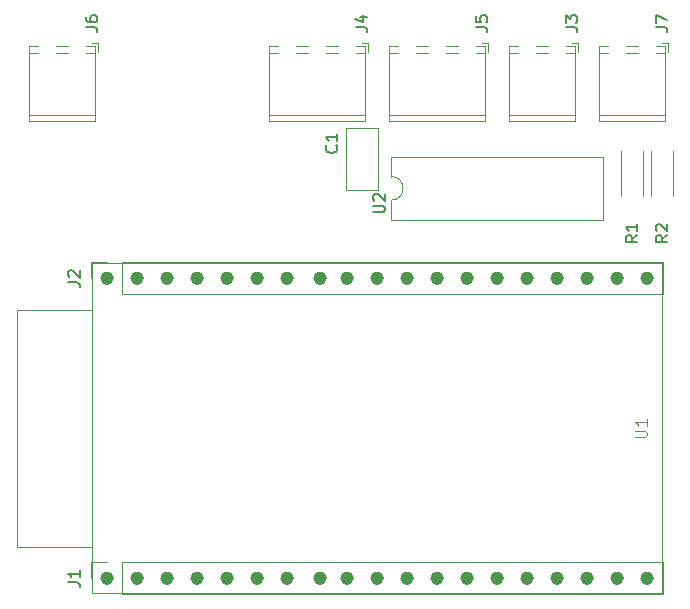
<source format=gbr>
%TF.GenerationSoftware,KiCad,Pcbnew,8.0.7*%
%TF.CreationDate,2024-12-29T04:50:49+01:00*%
%TF.ProjectId,TeteDeLit,54657465-4465-44c6-9974-2e6b69636164,rev?*%
%TF.SameCoordinates,Original*%
%TF.FileFunction,Legend,Top*%
%TF.FilePolarity,Positive*%
%FSLAX46Y46*%
G04 Gerber Fmt 4.6, Leading zero omitted, Abs format (unit mm)*
G04 Created by KiCad (PCBNEW 8.0.7) date 2024-12-29 04:50:49*
%MOMM*%
%LPD*%
G01*
G04 APERTURE LIST*
%ADD10C,0.100000*%
%ADD11C,0.150000*%
%ADD12C,0.558000*%
%ADD13C,0.120000*%
G04 APERTURE END LIST*
D10*
X186917419Y-112521904D02*
X187726942Y-112521904D01*
X187726942Y-112521904D02*
X187822180Y-112474285D01*
X187822180Y-112474285D02*
X187869800Y-112426666D01*
X187869800Y-112426666D02*
X187917419Y-112331428D01*
X187917419Y-112331428D02*
X187917419Y-112140952D01*
X187917419Y-112140952D02*
X187869800Y-112045714D01*
X187869800Y-112045714D02*
X187822180Y-111998095D01*
X187822180Y-111998095D02*
X187726942Y-111950476D01*
X187726942Y-111950476D02*
X186917419Y-111950476D01*
X187917419Y-110950476D02*
X187917419Y-111521904D01*
X187917419Y-111236190D02*
X186917419Y-111236190D01*
X186917419Y-111236190D02*
X187060276Y-111331428D01*
X187060276Y-111331428D02*
X187155514Y-111426666D01*
X187155514Y-111426666D02*
X187203133Y-111521904D01*
D11*
X164759819Y-93471904D02*
X165569342Y-93471904D01*
X165569342Y-93471904D02*
X165664580Y-93424285D01*
X165664580Y-93424285D02*
X165712200Y-93376666D01*
X165712200Y-93376666D02*
X165759819Y-93281428D01*
X165759819Y-93281428D02*
X165759819Y-93090952D01*
X165759819Y-93090952D02*
X165712200Y-92995714D01*
X165712200Y-92995714D02*
X165664580Y-92948095D01*
X165664580Y-92948095D02*
X165569342Y-92900476D01*
X165569342Y-92900476D02*
X164759819Y-92900476D01*
X164855057Y-92471904D02*
X164807438Y-92424285D01*
X164807438Y-92424285D02*
X164759819Y-92329047D01*
X164759819Y-92329047D02*
X164759819Y-92090952D01*
X164759819Y-92090952D02*
X164807438Y-91995714D01*
X164807438Y-91995714D02*
X164855057Y-91948095D01*
X164855057Y-91948095D02*
X164950295Y-91900476D01*
X164950295Y-91900476D02*
X165045533Y-91900476D01*
X165045533Y-91900476D02*
X165188390Y-91948095D01*
X165188390Y-91948095D02*
X165759819Y-92519523D01*
X165759819Y-92519523D02*
X165759819Y-91900476D01*
X161649580Y-87796666D02*
X161697200Y-87844285D01*
X161697200Y-87844285D02*
X161744819Y-87987142D01*
X161744819Y-87987142D02*
X161744819Y-88082380D01*
X161744819Y-88082380D02*
X161697200Y-88225237D01*
X161697200Y-88225237D02*
X161601961Y-88320475D01*
X161601961Y-88320475D02*
X161506723Y-88368094D01*
X161506723Y-88368094D02*
X161316247Y-88415713D01*
X161316247Y-88415713D02*
X161173390Y-88415713D01*
X161173390Y-88415713D02*
X160982914Y-88368094D01*
X160982914Y-88368094D02*
X160887676Y-88320475D01*
X160887676Y-88320475D02*
X160792438Y-88225237D01*
X160792438Y-88225237D02*
X160744819Y-88082380D01*
X160744819Y-88082380D02*
X160744819Y-87987142D01*
X160744819Y-87987142D02*
X160792438Y-87844285D01*
X160792438Y-87844285D02*
X160840057Y-87796666D01*
X161744819Y-86844285D02*
X161744819Y-87415713D01*
X161744819Y-87129999D02*
X160744819Y-87129999D01*
X160744819Y-87129999D02*
X160887676Y-87225237D01*
X160887676Y-87225237D02*
X160982914Y-87320475D01*
X160982914Y-87320475D02*
X161030533Y-87415713D01*
X189684819Y-95416666D02*
X189208628Y-95749999D01*
X189684819Y-95988094D02*
X188684819Y-95988094D01*
X188684819Y-95988094D02*
X188684819Y-95607142D01*
X188684819Y-95607142D02*
X188732438Y-95511904D01*
X188732438Y-95511904D02*
X188780057Y-95464285D01*
X188780057Y-95464285D02*
X188875295Y-95416666D01*
X188875295Y-95416666D02*
X189018152Y-95416666D01*
X189018152Y-95416666D02*
X189113390Y-95464285D01*
X189113390Y-95464285D02*
X189161009Y-95511904D01*
X189161009Y-95511904D02*
X189208628Y-95607142D01*
X189208628Y-95607142D02*
X189208628Y-95988094D01*
X188780057Y-95035713D02*
X188732438Y-94988094D01*
X188732438Y-94988094D02*
X188684819Y-94892856D01*
X188684819Y-94892856D02*
X188684819Y-94654761D01*
X188684819Y-94654761D02*
X188732438Y-94559523D01*
X188732438Y-94559523D02*
X188780057Y-94511904D01*
X188780057Y-94511904D02*
X188875295Y-94464285D01*
X188875295Y-94464285D02*
X188970533Y-94464285D01*
X188970533Y-94464285D02*
X189113390Y-94511904D01*
X189113390Y-94511904D02*
X189684819Y-95083332D01*
X189684819Y-95083332D02*
X189684819Y-94464285D01*
X188684819Y-77803333D02*
X189399104Y-77803333D01*
X189399104Y-77803333D02*
X189541961Y-77850952D01*
X189541961Y-77850952D02*
X189637200Y-77946190D01*
X189637200Y-77946190D02*
X189684819Y-78089047D01*
X189684819Y-78089047D02*
X189684819Y-78184285D01*
X188684819Y-77422380D02*
X188684819Y-76755714D01*
X188684819Y-76755714D02*
X189684819Y-77184285D01*
X181064819Y-77803333D02*
X181779104Y-77803333D01*
X181779104Y-77803333D02*
X181921961Y-77850952D01*
X181921961Y-77850952D02*
X182017200Y-77946190D01*
X182017200Y-77946190D02*
X182064819Y-78089047D01*
X182064819Y-78089047D02*
X182064819Y-78184285D01*
X181064819Y-77422380D02*
X181064819Y-76803333D01*
X181064819Y-76803333D02*
X181445771Y-77136666D01*
X181445771Y-77136666D02*
X181445771Y-76993809D01*
X181445771Y-76993809D02*
X181493390Y-76898571D01*
X181493390Y-76898571D02*
X181541009Y-76850952D01*
X181541009Y-76850952D02*
X181636247Y-76803333D01*
X181636247Y-76803333D02*
X181874342Y-76803333D01*
X181874342Y-76803333D02*
X181969580Y-76850952D01*
X181969580Y-76850952D02*
X182017200Y-76898571D01*
X182017200Y-76898571D02*
X182064819Y-76993809D01*
X182064819Y-76993809D02*
X182064819Y-77279523D01*
X182064819Y-77279523D02*
X182017200Y-77374761D01*
X182017200Y-77374761D02*
X181969580Y-77422380D01*
X140424819Y-77803333D02*
X141139104Y-77803333D01*
X141139104Y-77803333D02*
X141281961Y-77850952D01*
X141281961Y-77850952D02*
X141377200Y-77946190D01*
X141377200Y-77946190D02*
X141424819Y-78089047D01*
X141424819Y-78089047D02*
X141424819Y-78184285D01*
X140424819Y-76898571D02*
X140424819Y-77089047D01*
X140424819Y-77089047D02*
X140472438Y-77184285D01*
X140472438Y-77184285D02*
X140520057Y-77231904D01*
X140520057Y-77231904D02*
X140662914Y-77327142D01*
X140662914Y-77327142D02*
X140853390Y-77374761D01*
X140853390Y-77374761D02*
X141234342Y-77374761D01*
X141234342Y-77374761D02*
X141329580Y-77327142D01*
X141329580Y-77327142D02*
X141377200Y-77279523D01*
X141377200Y-77279523D02*
X141424819Y-77184285D01*
X141424819Y-77184285D02*
X141424819Y-76993809D01*
X141424819Y-76993809D02*
X141377200Y-76898571D01*
X141377200Y-76898571D02*
X141329580Y-76850952D01*
X141329580Y-76850952D02*
X141234342Y-76803333D01*
X141234342Y-76803333D02*
X140996247Y-76803333D01*
X140996247Y-76803333D02*
X140901009Y-76850952D01*
X140901009Y-76850952D02*
X140853390Y-76898571D01*
X140853390Y-76898571D02*
X140805771Y-76993809D01*
X140805771Y-76993809D02*
X140805771Y-77184285D01*
X140805771Y-77184285D02*
X140853390Y-77279523D01*
X140853390Y-77279523D02*
X140901009Y-77327142D01*
X140901009Y-77327142D02*
X140996247Y-77374761D01*
X187144819Y-95416666D02*
X186668628Y-95749999D01*
X187144819Y-95988094D02*
X186144819Y-95988094D01*
X186144819Y-95988094D02*
X186144819Y-95607142D01*
X186144819Y-95607142D02*
X186192438Y-95511904D01*
X186192438Y-95511904D02*
X186240057Y-95464285D01*
X186240057Y-95464285D02*
X186335295Y-95416666D01*
X186335295Y-95416666D02*
X186478152Y-95416666D01*
X186478152Y-95416666D02*
X186573390Y-95464285D01*
X186573390Y-95464285D02*
X186621009Y-95511904D01*
X186621009Y-95511904D02*
X186668628Y-95607142D01*
X186668628Y-95607142D02*
X186668628Y-95988094D01*
X187144819Y-94464285D02*
X187144819Y-95035713D01*
X187144819Y-94749999D02*
X186144819Y-94749999D01*
X186144819Y-94749999D02*
X186287676Y-94845237D01*
X186287676Y-94845237D02*
X186382914Y-94940475D01*
X186382914Y-94940475D02*
X186430533Y-95035713D01*
X138934819Y-124768333D02*
X139649104Y-124768333D01*
X139649104Y-124768333D02*
X139791961Y-124815952D01*
X139791961Y-124815952D02*
X139887200Y-124911190D01*
X139887200Y-124911190D02*
X139934819Y-125054047D01*
X139934819Y-125054047D02*
X139934819Y-125149285D01*
X139934819Y-123768333D02*
X139934819Y-124339761D01*
X139934819Y-124054047D02*
X138934819Y-124054047D01*
X138934819Y-124054047D02*
X139077676Y-124149285D01*
X139077676Y-124149285D02*
X139172914Y-124244523D01*
X139172914Y-124244523D02*
X139220533Y-124339761D01*
X138934819Y-99368333D02*
X139649104Y-99368333D01*
X139649104Y-99368333D02*
X139791961Y-99415952D01*
X139791961Y-99415952D02*
X139887200Y-99511190D01*
X139887200Y-99511190D02*
X139934819Y-99654047D01*
X139934819Y-99654047D02*
X139934819Y-99749285D01*
X139030057Y-98939761D02*
X138982438Y-98892142D01*
X138982438Y-98892142D02*
X138934819Y-98796904D01*
X138934819Y-98796904D02*
X138934819Y-98558809D01*
X138934819Y-98558809D02*
X138982438Y-98463571D01*
X138982438Y-98463571D02*
X139030057Y-98415952D01*
X139030057Y-98415952D02*
X139125295Y-98368333D01*
X139125295Y-98368333D02*
X139220533Y-98368333D01*
X139220533Y-98368333D02*
X139363390Y-98415952D01*
X139363390Y-98415952D02*
X139934819Y-98987380D01*
X139934819Y-98987380D02*
X139934819Y-98368333D01*
X173444819Y-77803333D02*
X174159104Y-77803333D01*
X174159104Y-77803333D02*
X174301961Y-77850952D01*
X174301961Y-77850952D02*
X174397200Y-77946190D01*
X174397200Y-77946190D02*
X174444819Y-78089047D01*
X174444819Y-78089047D02*
X174444819Y-78184285D01*
X173444819Y-76850952D02*
X173444819Y-77327142D01*
X173444819Y-77327142D02*
X173921009Y-77374761D01*
X173921009Y-77374761D02*
X173873390Y-77327142D01*
X173873390Y-77327142D02*
X173825771Y-77231904D01*
X173825771Y-77231904D02*
X173825771Y-76993809D01*
X173825771Y-76993809D02*
X173873390Y-76898571D01*
X173873390Y-76898571D02*
X173921009Y-76850952D01*
X173921009Y-76850952D02*
X174016247Y-76803333D01*
X174016247Y-76803333D02*
X174254342Y-76803333D01*
X174254342Y-76803333D02*
X174349580Y-76850952D01*
X174349580Y-76850952D02*
X174397200Y-76898571D01*
X174397200Y-76898571D02*
X174444819Y-76993809D01*
X174444819Y-76993809D02*
X174444819Y-77231904D01*
X174444819Y-77231904D02*
X174397200Y-77327142D01*
X174397200Y-77327142D02*
X174349580Y-77374761D01*
X163284819Y-77803333D02*
X163999104Y-77803333D01*
X163999104Y-77803333D02*
X164141961Y-77850952D01*
X164141961Y-77850952D02*
X164237200Y-77946190D01*
X164237200Y-77946190D02*
X164284819Y-78089047D01*
X164284819Y-78089047D02*
X164284819Y-78184285D01*
X163618152Y-76898571D02*
X164284819Y-76898571D01*
X163237200Y-77136666D02*
X163951485Y-77374761D01*
X163951485Y-77374761D02*
X163951485Y-76755714D01*
%TO.C,U1*%
D10*
X140970000Y-125730000D02*
X189230000Y-125730000D01*
X189230000Y-97790000D01*
X140970000Y-97790000D01*
X140970000Y-125730000D01*
X134620000Y-121793000D02*
X140970000Y-121793000D01*
X140970000Y-101727000D01*
X134620000Y-101727000D01*
X134620000Y-121793000D01*
D12*
X142519000Y-124460000D02*
G75*
G02*
X141961000Y-124460000I-279000J0D01*
G01*
X141961000Y-124460000D02*
G75*
G02*
X142519000Y-124460000I279000J0D01*
G01*
X145059000Y-124460000D02*
G75*
G02*
X144501000Y-124460000I-279000J0D01*
G01*
X144501000Y-124460000D02*
G75*
G02*
X145059000Y-124460000I279000J0D01*
G01*
X147599000Y-124460000D02*
G75*
G02*
X147041000Y-124460000I-279000J0D01*
G01*
X147041000Y-124460000D02*
G75*
G02*
X147599000Y-124460000I279000J0D01*
G01*
X150139000Y-124460000D02*
G75*
G02*
X149581000Y-124460000I-279000J0D01*
G01*
X149581000Y-124460000D02*
G75*
G02*
X150139000Y-124460000I279000J0D01*
G01*
X152679000Y-124460000D02*
G75*
G02*
X152121000Y-124460000I-279000J0D01*
G01*
X152121000Y-124460000D02*
G75*
G02*
X152679000Y-124460000I279000J0D01*
G01*
X155219000Y-124460000D02*
G75*
G02*
X154661000Y-124460000I-279000J0D01*
G01*
X154661000Y-124460000D02*
G75*
G02*
X155219000Y-124460000I279000J0D01*
G01*
X157759000Y-124460000D02*
G75*
G02*
X157201000Y-124460000I-279000J0D01*
G01*
X157201000Y-124460000D02*
G75*
G02*
X157759000Y-124460000I279000J0D01*
G01*
X160553000Y-124460000D02*
G75*
G02*
X159995000Y-124460000I-279000J0D01*
G01*
X159995000Y-124460000D02*
G75*
G02*
X160553000Y-124460000I279000J0D01*
G01*
X162839000Y-124460000D02*
G75*
G02*
X162281000Y-124460000I-279000J0D01*
G01*
X162281000Y-124460000D02*
G75*
G02*
X162839000Y-124460000I279000J0D01*
G01*
X165379000Y-124460000D02*
G75*
G02*
X164821000Y-124460000I-279000J0D01*
G01*
X164821000Y-124460000D02*
G75*
G02*
X165379000Y-124460000I279000J0D01*
G01*
X167919000Y-124460000D02*
G75*
G02*
X167361000Y-124460000I-279000J0D01*
G01*
X167361000Y-124460000D02*
G75*
G02*
X167919000Y-124460000I279000J0D01*
G01*
X170459000Y-124460000D02*
G75*
G02*
X169901000Y-124460000I-279000J0D01*
G01*
X169901000Y-124460000D02*
G75*
G02*
X170459000Y-124460000I279000J0D01*
G01*
X172999000Y-124460000D02*
G75*
G02*
X172441000Y-124460000I-279000J0D01*
G01*
X172441000Y-124460000D02*
G75*
G02*
X172999000Y-124460000I279000J0D01*
G01*
X175539000Y-124460000D02*
G75*
G02*
X174981000Y-124460000I-279000J0D01*
G01*
X174981000Y-124460000D02*
G75*
G02*
X175539000Y-124460000I279000J0D01*
G01*
X178079000Y-124460000D02*
G75*
G02*
X177521000Y-124460000I-279000J0D01*
G01*
X177521000Y-124460000D02*
G75*
G02*
X178079000Y-124460000I279000J0D01*
G01*
X180619000Y-124460000D02*
G75*
G02*
X180061000Y-124460000I-279000J0D01*
G01*
X180061000Y-124460000D02*
G75*
G02*
X180619000Y-124460000I279000J0D01*
G01*
X183159000Y-124460000D02*
G75*
G02*
X182601000Y-124460000I-279000J0D01*
G01*
X182601000Y-124460000D02*
G75*
G02*
X183159000Y-124460000I279000J0D01*
G01*
X185699000Y-124460000D02*
G75*
G02*
X185141000Y-124460000I-279000J0D01*
G01*
X185141000Y-124460000D02*
G75*
G02*
X185699000Y-124460000I279000J0D01*
G01*
X188239000Y-124460000D02*
G75*
G02*
X187681000Y-124460000I-279000J0D01*
G01*
X187681000Y-124460000D02*
G75*
G02*
X188239000Y-124460000I279000J0D01*
G01*
X142519000Y-99060000D02*
G75*
G02*
X141961000Y-99060000I-279000J0D01*
G01*
X141961000Y-99060000D02*
G75*
G02*
X142519000Y-99060000I279000J0D01*
G01*
X145059000Y-99060000D02*
G75*
G02*
X144501000Y-99060000I-279000J0D01*
G01*
X144501000Y-99060000D02*
G75*
G02*
X145059000Y-99060000I279000J0D01*
G01*
X147599000Y-99060000D02*
G75*
G02*
X147041000Y-99060000I-279000J0D01*
G01*
X147041000Y-99060000D02*
G75*
G02*
X147599000Y-99060000I279000J0D01*
G01*
X150139000Y-99060000D02*
G75*
G02*
X149581000Y-99060000I-279000J0D01*
G01*
X149581000Y-99060000D02*
G75*
G02*
X150139000Y-99060000I279000J0D01*
G01*
X152679000Y-99060000D02*
G75*
G02*
X152121000Y-99060000I-279000J0D01*
G01*
X152121000Y-99060000D02*
G75*
G02*
X152679000Y-99060000I279000J0D01*
G01*
X155219000Y-99060000D02*
G75*
G02*
X154661000Y-99060000I-279000J0D01*
G01*
X154661000Y-99060000D02*
G75*
G02*
X155219000Y-99060000I279000J0D01*
G01*
X157759000Y-99060000D02*
G75*
G02*
X157201000Y-99060000I-279000J0D01*
G01*
X157201000Y-99060000D02*
G75*
G02*
X157759000Y-99060000I279000J0D01*
G01*
X160553000Y-99060000D02*
G75*
G02*
X159995000Y-99060000I-279000J0D01*
G01*
X159995000Y-99060000D02*
G75*
G02*
X160553000Y-99060000I279000J0D01*
G01*
X162839000Y-99060000D02*
G75*
G02*
X162281000Y-99060000I-279000J0D01*
G01*
X162281000Y-99060000D02*
G75*
G02*
X162839000Y-99060000I279000J0D01*
G01*
X165379000Y-99060000D02*
G75*
G02*
X164821000Y-99060000I-279000J0D01*
G01*
X164821000Y-99060000D02*
G75*
G02*
X165379000Y-99060000I279000J0D01*
G01*
X167919000Y-99060000D02*
G75*
G02*
X167361000Y-99060000I-279000J0D01*
G01*
X167361000Y-99060000D02*
G75*
G02*
X167919000Y-99060000I279000J0D01*
G01*
X170459000Y-99060000D02*
G75*
G02*
X169901000Y-99060000I-279000J0D01*
G01*
X169901000Y-99060000D02*
G75*
G02*
X170459000Y-99060000I279000J0D01*
G01*
X172999000Y-99060000D02*
G75*
G02*
X172441000Y-99060000I-279000J0D01*
G01*
X172441000Y-99060000D02*
G75*
G02*
X172999000Y-99060000I279000J0D01*
G01*
X175539000Y-99060000D02*
G75*
G02*
X174981000Y-99060000I-279000J0D01*
G01*
X174981000Y-99060000D02*
G75*
G02*
X175539000Y-99060000I279000J0D01*
G01*
X178079000Y-99060000D02*
G75*
G02*
X177521000Y-99060000I-279000J0D01*
G01*
X177521000Y-99060000D02*
G75*
G02*
X178079000Y-99060000I279000J0D01*
G01*
X180619000Y-99060000D02*
G75*
G02*
X180061000Y-99060000I-279000J0D01*
G01*
X180061000Y-99060000D02*
G75*
G02*
X180619000Y-99060000I279000J0D01*
G01*
X183159000Y-99060000D02*
G75*
G02*
X182601000Y-99060000I-279000J0D01*
G01*
X182601000Y-99060000D02*
G75*
G02*
X183159000Y-99060000I279000J0D01*
G01*
X185699000Y-99060000D02*
G75*
G02*
X185141000Y-99060000I-279000J0D01*
G01*
X185141000Y-99060000D02*
G75*
G02*
X185699000Y-99060000I279000J0D01*
G01*
X188239000Y-99060000D02*
G75*
G02*
X187681000Y-99060000I-279000J0D01*
G01*
X187681000Y-99060000D02*
G75*
G02*
X188239000Y-99060000I279000J0D01*
G01*
D13*
%TO.C,U2*%
X166305000Y-94090000D02*
X184205000Y-94090000D01*
X184205000Y-94090000D02*
X184205000Y-88790000D01*
X166305000Y-92440000D02*
X166305000Y-94090000D01*
X166305000Y-88790000D02*
X166305000Y-90440000D01*
X184205000Y-88790000D02*
X166305000Y-88790000D01*
X166305000Y-90440000D02*
G75*
G02*
X166305000Y-92440000I0J-1000000D01*
G01*
%TO.C,C1*%
X165200000Y-86300000D02*
X162460000Y-86300000D01*
X165200000Y-86300000D02*
X165200000Y-91540000D01*
X162460000Y-86300000D02*
X162460000Y-91540000D01*
X165200000Y-91540000D02*
X162460000Y-91540000D01*
%TO.C,R2*%
X188310000Y-92090000D02*
X188310000Y-88250000D01*
X190150000Y-92090000D02*
X190150000Y-88250000D01*
%TO.C,J7*%
X189760000Y-79890000D02*
X189760000Y-79150000D01*
X189760000Y-79150000D02*
X189260000Y-79150000D01*
X189520000Y-85710000D02*
X189520000Y-79390000D01*
X189520000Y-85710000D02*
X183860000Y-85710000D01*
X189520000Y-85250000D02*
X183860000Y-85250000D01*
X189520000Y-79950000D02*
X188750000Y-79950000D01*
X189520000Y-79390000D02*
X188750000Y-79390000D01*
X187170000Y-79950000D02*
X186210000Y-79950000D01*
X187170000Y-79390000D02*
X186210000Y-79390000D01*
X184630000Y-79950000D02*
X183860000Y-79950000D01*
X184630000Y-79390000D02*
X183860000Y-79390000D01*
X183860000Y-85710000D02*
X183860000Y-79390000D01*
%TO.C,J3*%
X182140000Y-79890000D02*
X182140000Y-79150000D01*
X182140000Y-79150000D02*
X181640000Y-79150000D01*
X181900000Y-85710000D02*
X181900000Y-79390000D01*
X181900000Y-85710000D02*
X176240000Y-85710000D01*
X181900000Y-85250000D02*
X176240000Y-85250000D01*
X181900000Y-79950000D02*
X181130000Y-79950000D01*
X181900000Y-79390000D02*
X181130000Y-79390000D01*
X179550000Y-79950000D02*
X178590000Y-79950000D01*
X179550000Y-79390000D02*
X178590000Y-79390000D01*
X177010000Y-79950000D02*
X176240000Y-79950000D01*
X177010000Y-79390000D02*
X176240000Y-79390000D01*
X176240000Y-85710000D02*
X176240000Y-79390000D01*
%TO.C,J6*%
X141500000Y-79890000D02*
X141500000Y-79150000D01*
X141500000Y-79150000D02*
X141000000Y-79150000D01*
X141260000Y-85710000D02*
X141260000Y-79390000D01*
X141260000Y-85710000D02*
X135600000Y-85710000D01*
X141260000Y-85250000D02*
X135600000Y-85250000D01*
X141260000Y-79950000D02*
X140490000Y-79950000D01*
X141260000Y-79390000D02*
X140490000Y-79390000D01*
X138910000Y-79950000D02*
X137950000Y-79950000D01*
X138910000Y-79390000D02*
X137950000Y-79390000D01*
X136370000Y-79950000D02*
X135600000Y-79950000D01*
X136370000Y-79390000D02*
X135600000Y-79390000D01*
X135600000Y-85710000D02*
X135600000Y-79390000D01*
%TO.C,R1*%
X185770000Y-92090000D02*
X185770000Y-88250000D01*
X187610000Y-92090000D02*
X187610000Y-88250000D01*
%TO.C,J1*%
X143520000Y-123105000D02*
X189300000Y-123105000D01*
X140920000Y-123105000D02*
X142250000Y-123105000D01*
X140920000Y-124435000D02*
X140920000Y-123105000D01*
X189300000Y-125765000D02*
X189300000Y-123105000D01*
X143520000Y-125765000D02*
X143520000Y-123105000D01*
X143520000Y-125765000D02*
X189300000Y-125765000D01*
%TO.C,J2*%
X143520000Y-97705000D02*
X189300000Y-97705000D01*
X140920000Y-97705000D02*
X142250000Y-97705000D01*
X140920000Y-99035000D02*
X140920000Y-97705000D01*
X189300000Y-100365000D02*
X189300000Y-97705000D01*
X143520000Y-100365000D02*
X143520000Y-97705000D01*
X143520000Y-100365000D02*
X189300000Y-100365000D01*
%TO.C,J5*%
X174520000Y-79890000D02*
X174520000Y-79150000D01*
X174520000Y-79150000D02*
X174020000Y-79150000D01*
X174280000Y-85710000D02*
X174280000Y-79390000D01*
X174280000Y-85710000D02*
X166080000Y-85710000D01*
X174280000Y-85250000D02*
X166080000Y-85250000D01*
X174280000Y-79950000D02*
X173510000Y-79950000D01*
X174280000Y-79390000D02*
X173510000Y-79390000D01*
X171930000Y-79950000D02*
X170970000Y-79950000D01*
X171930000Y-79390000D02*
X170970000Y-79390000D01*
X169390000Y-79950000D02*
X168430000Y-79950000D01*
X169390000Y-79390000D02*
X168430000Y-79390000D01*
X166850000Y-79950000D02*
X166080000Y-79950000D01*
X166850000Y-79390000D02*
X166080000Y-79390000D01*
X166080000Y-85710000D02*
X166080000Y-79390000D01*
%TO.C,J4*%
X155920000Y-85710000D02*
X155920000Y-79390000D01*
X156690000Y-79390000D02*
X155920000Y-79390000D01*
X156690000Y-79950000D02*
X155920000Y-79950000D01*
X159230000Y-79390000D02*
X158270000Y-79390000D01*
X159230000Y-79950000D02*
X158270000Y-79950000D01*
X161770000Y-79390000D02*
X160810000Y-79390000D01*
X161770000Y-79950000D02*
X160810000Y-79950000D01*
X164120000Y-79390000D02*
X163350000Y-79390000D01*
X164120000Y-79950000D02*
X163350000Y-79950000D01*
X164120000Y-85250000D02*
X155920000Y-85250000D01*
X164120000Y-85710000D02*
X155920000Y-85710000D01*
X164120000Y-85710000D02*
X164120000Y-79390000D01*
X164360000Y-79150000D02*
X163860000Y-79150000D01*
X164360000Y-79890000D02*
X164360000Y-79150000D01*
%TD*%
M02*

</source>
